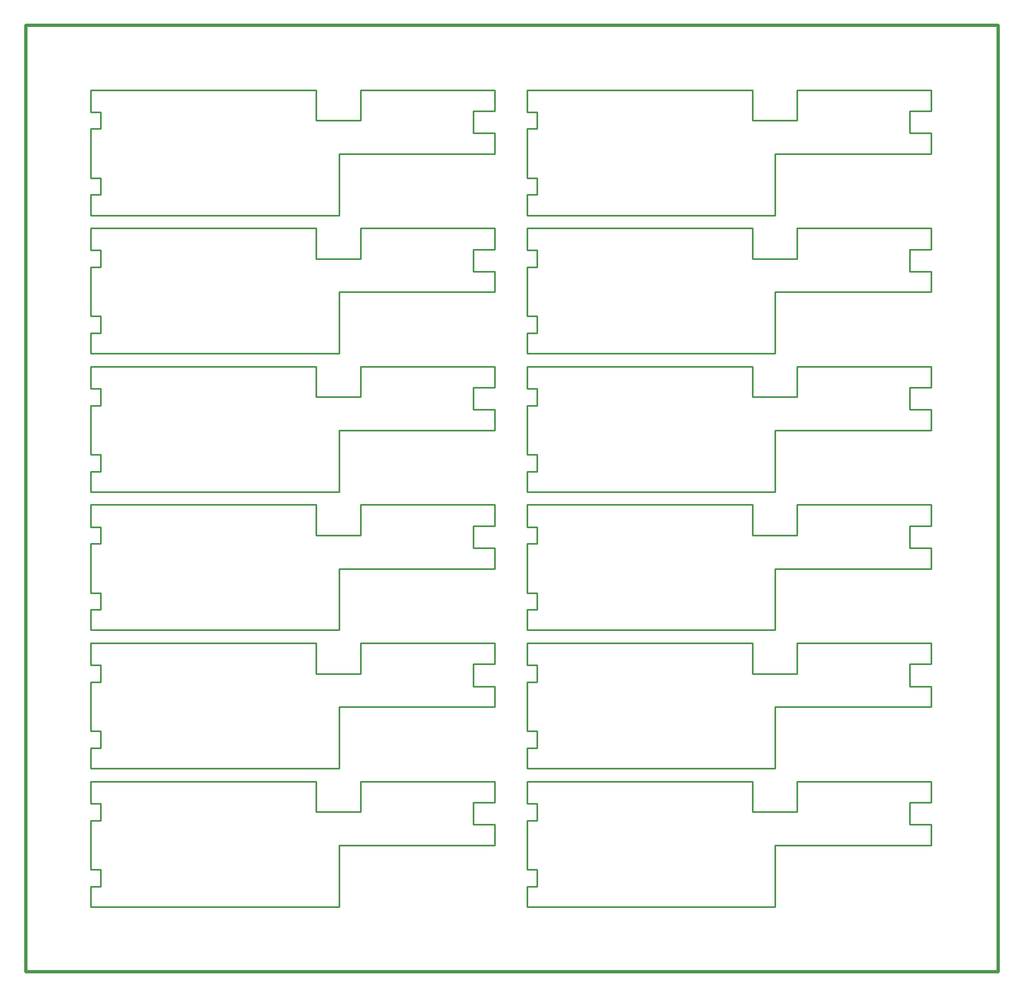
<source format=gko>
G04 Layer_Color=16711935*
%FSLAX24Y24*%
%MOIN*%
G70*
G01*
G75*
%ADD24C,0.0100*%
%ADD34C,0.0050*%
%ADD56C,0.0200*%
D24*
X28428Y7662D02*
Y8918D01*
X27118D02*
X28428D01*
X27118D02*
Y10256D01*
X28428D01*
Y11537D01*
X3937Y3937D02*
Y5175D01*
Y10199D02*
Y11537D01*
Y10199D02*
X4537D01*
Y9175D02*
Y10199D01*
X3937Y9175D02*
X4537D01*
X3937Y6199D02*
Y9175D01*
Y6199D02*
X4537D01*
Y5175D02*
Y6199D01*
X3937Y5175D02*
X4537D01*
X3937Y3937D02*
X18978D01*
Y7662D01*
X28428D01*
X17587Y9687D02*
Y11537D01*
Y9687D02*
X20287D01*
Y11537D01*
X3937D02*
X17587D01*
X20287D02*
X28428D01*
X27118Y10256D02*
X28378D01*
X27118Y8918D02*
Y10256D01*
Y8918D02*
X28378D01*
X54887Y7662D02*
Y8918D01*
X53577D02*
X54887D01*
X53577D02*
Y10256D01*
X54887D01*
Y11537D01*
X30396Y3937D02*
Y5175D01*
Y10199D02*
Y11537D01*
Y10199D02*
X30996D01*
Y9175D02*
Y10199D01*
X30396Y9175D02*
X30996D01*
X30396Y6199D02*
Y9175D01*
Y6199D02*
X30996D01*
Y5175D02*
Y6199D01*
X30396Y5175D02*
X30996D01*
X30396Y3937D02*
X45437D01*
Y7662D01*
X54887D01*
X44046Y9687D02*
Y11537D01*
Y9687D02*
X46746D01*
Y11537D01*
X30396D02*
X44046D01*
X46746D02*
X54887D01*
X53577Y10256D02*
X54837D01*
X53577Y8918D02*
Y10256D01*
Y8918D02*
X54837D01*
X28428Y16049D02*
Y17305D01*
X27118D02*
X28428D01*
X27118D02*
Y18644D01*
X28428D01*
Y19924D01*
X3937Y12324D02*
Y13563D01*
Y18586D02*
Y19924D01*
Y18586D02*
X4537D01*
Y17563D02*
Y18586D01*
X3937Y17563D02*
X4537D01*
X3937Y14586D02*
Y17563D01*
Y14586D02*
X4537D01*
Y13563D02*
Y14586D01*
X3937Y13563D02*
X4537D01*
X3937Y12324D02*
X18978D01*
Y16049D01*
X28428D01*
X17587Y18074D02*
Y19924D01*
Y18074D02*
X20287D01*
Y19924D01*
X3937D02*
X17587D01*
X20287D02*
X28428D01*
X27118Y18644D02*
X28378D01*
X27118Y17305D02*
Y18644D01*
Y17305D02*
X28378D01*
X54887Y16049D02*
Y17305D01*
X53577D02*
X54887D01*
X53577D02*
Y18644D01*
X54887D01*
Y19924D01*
X30396Y12324D02*
Y13563D01*
Y18586D02*
Y19924D01*
Y18586D02*
X30996D01*
Y17563D02*
Y18586D01*
X30396Y17563D02*
X30996D01*
X30396Y14586D02*
Y17563D01*
Y14586D02*
X30996D01*
Y13563D02*
Y14586D01*
X30396Y13563D02*
X30996D01*
X30396Y12324D02*
X45437D01*
Y16049D01*
X54887D01*
X44046Y18074D02*
Y19924D01*
Y18074D02*
X46746D01*
Y19924D01*
X30396D02*
X44046D01*
X46746D02*
X54887D01*
X53577Y18644D02*
X54837D01*
X53577Y17305D02*
Y18644D01*
Y17305D02*
X54837D01*
X28428Y24437D02*
Y25693D01*
X27118D02*
X28428D01*
X27118D02*
Y27031D01*
X28428D01*
Y28312D01*
X3937Y20712D02*
Y21950D01*
Y26974D02*
Y28312D01*
Y26974D02*
X4537D01*
Y25950D02*
Y26974D01*
X3937Y25950D02*
X4537D01*
X3937Y22974D02*
Y25950D01*
Y22974D02*
X4537D01*
Y21950D02*
Y22974D01*
X3937Y21950D02*
X4537D01*
X3937Y20712D02*
X18978D01*
Y24437D01*
X28428D01*
X17587Y26462D02*
Y28312D01*
Y26462D02*
X20287D01*
Y28312D01*
X3937D02*
X17587D01*
X20287D02*
X28428D01*
X27118Y27031D02*
X28378D01*
X27118Y25693D02*
Y27031D01*
Y25693D02*
X28378D01*
X54887Y24437D02*
Y25693D01*
X53577D02*
X54887D01*
X53577D02*
Y27031D01*
X54887D01*
Y28312D01*
X30396Y20712D02*
Y21950D01*
Y26974D02*
Y28312D01*
Y26974D02*
X30996D01*
Y25950D02*
Y26974D01*
X30396Y25950D02*
X30996D01*
X30396Y22974D02*
Y25950D01*
Y22974D02*
X30996D01*
Y21950D02*
Y22974D01*
X30396Y21950D02*
X30996D01*
X30396Y20712D02*
X45437D01*
Y24437D01*
X54887D01*
X44046Y26462D02*
Y28312D01*
Y26462D02*
X46746D01*
Y28312D01*
X30396D02*
X44046D01*
X46746D02*
X54887D01*
X53577Y27031D02*
X54837D01*
X53577Y25693D02*
Y27031D01*
Y25693D02*
X54837D01*
X28428Y32824D02*
Y34080D01*
X27118D02*
X28428D01*
X27118D02*
Y35419D01*
X28428D01*
Y36699D01*
X3937Y29099D02*
Y30337D01*
Y35361D02*
Y36699D01*
Y35361D02*
X4537D01*
Y34337D02*
Y35361D01*
X3937Y34337D02*
X4537D01*
X3937Y31361D02*
Y34337D01*
Y31361D02*
X4537D01*
Y30337D02*
Y31361D01*
X3937Y30337D02*
X4537D01*
X3937Y29099D02*
X18978D01*
Y32824D01*
X28428D01*
X17587Y34849D02*
Y36699D01*
Y34849D02*
X20287D01*
Y36699D01*
X3937D02*
X17587D01*
X20287D02*
X28428D01*
X27118Y35419D02*
X28378D01*
X27118Y34080D02*
Y35419D01*
Y34080D02*
X28378D01*
X54887Y32824D02*
Y34080D01*
X53577D02*
X54887D01*
X53577D02*
Y35419D01*
X54887D01*
Y36699D01*
X30396Y29099D02*
Y30337D01*
Y35361D02*
Y36699D01*
Y35361D02*
X30996D01*
Y34337D02*
Y35361D01*
X30396Y34337D02*
X30996D01*
X30396Y31361D02*
Y34337D01*
Y31361D02*
X30996D01*
Y30337D02*
Y31361D01*
X30396Y30337D02*
X30996D01*
X30396Y29099D02*
X45437D01*
Y32824D01*
X54887D01*
X44046Y34849D02*
Y36699D01*
Y34849D02*
X46746D01*
Y36699D01*
X30396D02*
X44046D01*
X46746D02*
X54887D01*
X53577Y35419D02*
X54837D01*
X53577Y34080D02*
Y35419D01*
Y34080D02*
X54837D01*
X28428Y41211D02*
Y42467D01*
X27118D02*
X28428D01*
X27118D02*
Y43806D01*
X28428D01*
Y45087D01*
X3937Y37487D02*
Y38725D01*
Y43748D02*
Y45087D01*
Y43748D02*
X4537D01*
Y42725D02*
Y43748D01*
X3937Y42725D02*
X4537D01*
X3937Y39748D02*
Y42725D01*
Y39748D02*
X4537D01*
Y38725D02*
Y39748D01*
X3937Y38725D02*
X4537D01*
X3937Y37487D02*
X18978D01*
Y41211D01*
X28428D01*
X17587Y43237D02*
Y45087D01*
Y43237D02*
X20287D01*
Y45087D01*
X3937D02*
X17587D01*
X20287D02*
X28428D01*
X27118Y43806D02*
X28378D01*
X27118Y42467D02*
Y43806D01*
Y42467D02*
X28378D01*
X54887Y41211D02*
Y42467D01*
X53577D02*
X54887D01*
X53577D02*
Y43806D01*
X54887D01*
Y45087D01*
X30396Y37487D02*
Y38725D01*
Y43748D02*
Y45087D01*
Y43748D02*
X30996D01*
Y42725D02*
Y43748D01*
X30396Y42725D02*
X30996D01*
X30396Y39748D02*
Y42725D01*
Y39748D02*
X30996D01*
Y38725D02*
Y39748D01*
X30396Y38725D02*
X30996D01*
X30396Y37487D02*
X45437D01*
Y41211D01*
X54887D01*
X44046Y43237D02*
Y45087D01*
Y43237D02*
X46746D01*
Y45087D01*
X30396D02*
X44046D01*
X46746D02*
X54887D01*
X53577Y43806D02*
X54837D01*
X53577Y42467D02*
Y43806D01*
Y42467D02*
X54837D01*
X28428Y49599D02*
Y50855D01*
X27118D02*
X28428D01*
X27118D02*
Y52193D01*
X28428D01*
Y53474D01*
X3937Y45874D02*
Y47112D01*
Y52136D02*
Y53474D01*
Y52136D02*
X4537D01*
Y51112D02*
Y52136D01*
X3937Y51112D02*
X4537D01*
X3937Y48136D02*
Y51112D01*
Y48136D02*
X4537D01*
Y47112D02*
Y48136D01*
X3937Y47112D02*
X4537D01*
X3937Y45874D02*
X18978D01*
Y49599D01*
X28428D01*
X17587Y51624D02*
Y53474D01*
Y51624D02*
X20287D01*
Y53474D01*
X3937D02*
X17587D01*
X20287D02*
X28428D01*
X27118Y52193D02*
X28378D01*
X27118Y50855D02*
Y52193D01*
Y50855D02*
X28378D01*
X54887Y49599D02*
Y50855D01*
X53577D02*
X54887D01*
X53577D02*
Y52193D01*
X54887D01*
Y53474D01*
X30396Y45874D02*
Y47112D01*
Y52136D02*
Y53474D01*
Y52136D02*
X30996D01*
Y51112D02*
Y52136D01*
X30396Y51112D02*
X30996D01*
X30396Y48136D02*
Y51112D01*
Y48136D02*
X30996D01*
Y47112D02*
Y48136D01*
X30396Y47112D02*
X30996D01*
X30396Y45874D02*
X45437D01*
Y49599D01*
X54887D01*
X44046Y51624D02*
Y53474D01*
Y51624D02*
X46746D01*
Y53474D01*
X30396D02*
X44046D01*
X46746D02*
X54887D01*
X53577Y52193D02*
X54837D01*
X53577Y50855D02*
Y52193D01*
Y50855D02*
X54837D01*
D34*
X4537Y5175D02*
Y6199D01*
X3937Y5175D02*
X4537D01*
X3937Y6199D02*
X4537D01*
Y9175D02*
Y10199D01*
X3937Y9175D02*
X4537D01*
X3937Y10199D02*
X4537D01*
X30996Y5175D02*
Y6199D01*
X30396Y5175D02*
X30996D01*
X30396Y6199D02*
X30996D01*
Y9175D02*
Y10199D01*
X30396Y9175D02*
X30996D01*
X30396Y10199D02*
X30996D01*
X4537Y13563D02*
Y14586D01*
X3937Y13563D02*
X4537D01*
X3937Y14586D02*
X4537D01*
Y17563D02*
Y18586D01*
X3937Y17563D02*
X4537D01*
X3937Y18586D02*
X4537D01*
X30996Y13563D02*
Y14586D01*
X30396Y13563D02*
X30996D01*
X30396Y14586D02*
X30996D01*
Y17563D02*
Y18586D01*
X30396Y17563D02*
X30996D01*
X30396Y18586D02*
X30996D01*
X4537Y21950D02*
Y22974D01*
X3937Y21950D02*
X4537D01*
X3937Y22974D02*
X4537D01*
Y25950D02*
Y26974D01*
X3937Y25950D02*
X4537D01*
X3937Y26974D02*
X4537D01*
X30996Y21950D02*
Y22974D01*
X30396Y21950D02*
X30996D01*
X30396Y22974D02*
X30996D01*
Y25950D02*
Y26974D01*
X30396Y25950D02*
X30996D01*
X30396Y26974D02*
X30996D01*
X4537Y30337D02*
Y31361D01*
X3937Y30337D02*
X4537D01*
X3937Y31361D02*
X4537D01*
Y34337D02*
Y35361D01*
X3937Y34337D02*
X4537D01*
X3937Y35361D02*
X4537D01*
X30996Y30337D02*
Y31361D01*
X30396Y30337D02*
X30996D01*
X30396Y31361D02*
X30996D01*
Y34337D02*
Y35361D01*
X30396Y34337D02*
X30996D01*
X30396Y35361D02*
X30996D01*
X4537Y38725D02*
Y39748D01*
X3937Y38725D02*
X4537D01*
X3937Y39748D02*
X4537D01*
Y42725D02*
Y43748D01*
X3937Y42725D02*
X4537D01*
X3937Y43748D02*
X4537D01*
X30996Y38725D02*
Y39748D01*
X30396Y38725D02*
X30996D01*
X30396Y39748D02*
X30996D01*
Y42725D02*
Y43748D01*
X30396Y42725D02*
X30996D01*
X30396Y43748D02*
X30996D01*
X4537Y47112D02*
Y48136D01*
X3937Y47112D02*
X4537D01*
X3937Y48136D02*
X4537D01*
Y51112D02*
Y52136D01*
X3937Y51112D02*
X4537D01*
X3937Y52136D02*
X4537D01*
X30996Y47112D02*
Y48136D01*
X30396Y47112D02*
X30996D01*
X30396Y48136D02*
X30996D01*
Y51112D02*
Y52136D01*
X30396Y51112D02*
X30996D01*
X30396Y52136D02*
X30996D01*
D56*
X0Y0D02*
Y57382D01*
X58957D01*
Y0D02*
Y57382D01*
X0Y0D02*
X58957D01*
M02*

</source>
